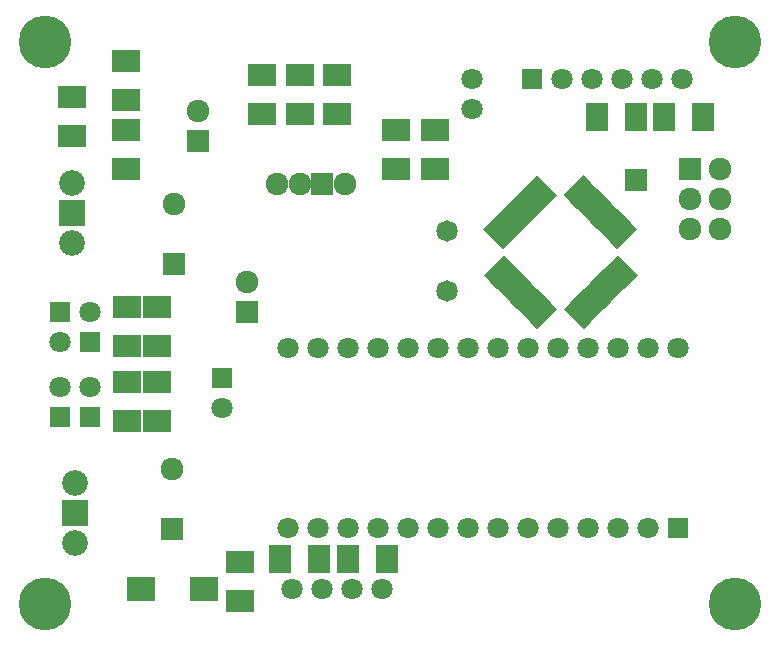
<source format=gts>
G04 (created by PCBNEW (2013-jul-07)-stable) date Sat 20 Jun 2015 02:51:25 AM PDT*
%MOIN*%
G04 Gerber Fmt 3.4, Leading zero omitted, Abs format*
%FSLAX34Y34*%
G01*
G70*
G90*
G04 APERTURE LIST*
%ADD10C,0.00393701*%
%ADD11C,0.071748*%
%ADD12R,0.094448X0.078648*%
%ADD13R,0.095748X0.075748*%
%ADD14R,0.075748X0.095748*%
%ADD15R,0.070748X0.070748*%
%ADD16C,0.070748*%
%ADD17R,0.0748031X0.0748031*%
%ADD18C,0.075748*%
%ADD19R,0.075748X0.075748*%
%ADD20C,0.085748*%
%ADD21R,0.085748X0.085748*%
%ADD22C,0.175748*%
G04 APERTURE END LIST*
G54D10*
G36*
X21666Y6484D02*
X21430Y6720D01*
X22097Y7388D01*
X22334Y7152D01*
X21666Y6484D01*
X21666Y6484D01*
G37*
G36*
X21443Y6707D02*
X21207Y6943D01*
X21875Y7611D01*
X22111Y7374D01*
X21443Y6707D01*
X21443Y6707D01*
G37*
G36*
X21221Y6929D02*
X20984Y7166D01*
X21652Y7834D01*
X21888Y7597D01*
X21221Y6929D01*
X21221Y6929D01*
G37*
G36*
X20998Y7152D02*
X20761Y7389D01*
X21429Y8056D01*
X21666Y7820D01*
X20998Y7152D01*
X20998Y7152D01*
G37*
G36*
X20775Y7375D02*
X20539Y7611D01*
X21206Y8279D01*
X21443Y8043D01*
X20775Y7375D01*
X20775Y7375D01*
G37*
G36*
X20552Y7597D02*
X20316Y7834D01*
X20984Y8502D01*
X21220Y8265D01*
X20552Y7597D01*
X20552Y7597D01*
G37*
G36*
X20330Y7820D02*
X20093Y8057D01*
X20761Y8725D01*
X20997Y8488D01*
X20330Y7820D01*
X20330Y7820D01*
G37*
G36*
X20107Y8043D02*
X19870Y8279D01*
X20538Y8947D01*
X20775Y8711D01*
X20107Y8043D01*
X20107Y8043D01*
G37*
G36*
X22771Y10704D02*
X22535Y10941D01*
X23203Y11609D01*
X23439Y11372D01*
X22771Y10704D01*
X22771Y10704D01*
G37*
G36*
X24334Y9142D02*
X24097Y9378D01*
X24765Y10046D01*
X25002Y9810D01*
X24334Y9142D01*
X24334Y9142D01*
G37*
G36*
X24108Y9368D02*
X23871Y9605D01*
X24539Y10272D01*
X24776Y10036D01*
X24108Y9368D01*
X24108Y9368D01*
G37*
G36*
X23881Y9594D02*
X23645Y9831D01*
X24313Y10499D01*
X24549Y10262D01*
X23881Y9594D01*
X23881Y9594D01*
G37*
G36*
X23662Y9814D02*
X23426Y10050D01*
X24094Y10718D01*
X24330Y10481D01*
X23662Y9814D01*
X23662Y9814D01*
G37*
G36*
X23436Y10040D02*
X23199Y10276D01*
X23867Y10944D01*
X24104Y10708D01*
X23436Y10040D01*
X23436Y10040D01*
G37*
G36*
X23217Y10259D02*
X22980Y10496D01*
X23648Y11163D01*
X23885Y10927D01*
X23217Y10259D01*
X23217Y10259D01*
G37*
G36*
X22990Y10485D02*
X22754Y10722D01*
X23422Y11390D01*
X23658Y11153D01*
X22990Y10485D01*
X22990Y10485D01*
G37*
G36*
X20535Y9155D02*
X19868Y9822D01*
X20104Y10059D01*
X20772Y9391D01*
X20535Y9155D01*
X20535Y9155D01*
G37*
G36*
X20757Y9377D02*
X20090Y10044D01*
X20326Y10281D01*
X20994Y9613D01*
X20757Y9377D01*
X20757Y9377D01*
G37*
G36*
X20981Y9600D02*
X20313Y10268D01*
X20550Y10504D01*
X21217Y9837D01*
X20981Y9600D01*
X20981Y9600D01*
G37*
G36*
X21203Y9822D02*
X20535Y10490D01*
X20772Y10726D01*
X21439Y10059D01*
X21203Y9822D01*
X21203Y9822D01*
G37*
G36*
X21426Y10045D02*
X20758Y10713D01*
X20995Y10950D01*
X21663Y10282D01*
X21426Y10045D01*
X21426Y10045D01*
G37*
G36*
X21648Y10268D02*
X20980Y10935D01*
X21217Y11172D01*
X21885Y10504D01*
X21648Y10268D01*
X21648Y10268D01*
G37*
G36*
X21872Y10491D02*
X21204Y11159D01*
X21440Y11395D01*
X22108Y10727D01*
X21872Y10491D01*
X21872Y10491D01*
G37*
G36*
X22094Y10713D02*
X21426Y11381D01*
X21662Y11617D01*
X22330Y10949D01*
X22094Y10713D01*
X22094Y10713D01*
G37*
G36*
X23210Y6483D02*
X22542Y7151D01*
X22778Y7387D01*
X23446Y6720D01*
X23210Y6483D01*
X23210Y6483D01*
G37*
G36*
X23429Y6702D02*
X22761Y7370D01*
X22998Y7607D01*
X23665Y6939D01*
X23429Y6702D01*
X23429Y6702D01*
G37*
G36*
X23655Y6929D02*
X22987Y7596D01*
X23224Y7833D01*
X23892Y7165D01*
X23655Y6929D01*
X23655Y6929D01*
G37*
G36*
X23874Y7148D02*
X23206Y7816D01*
X23443Y8052D01*
X24111Y7384D01*
X23874Y7148D01*
X23874Y7148D01*
G37*
G36*
X24094Y7367D02*
X23426Y8035D01*
X23662Y8271D01*
X24330Y7603D01*
X24094Y7367D01*
X24094Y7367D01*
G37*
G36*
X24320Y7593D02*
X23652Y8261D01*
X23888Y8498D01*
X24556Y7830D01*
X24320Y7593D01*
X24320Y7593D01*
G37*
G36*
X24546Y7820D02*
X23878Y8487D01*
X24115Y8724D01*
X24783Y8056D01*
X24546Y7820D01*
X24546Y7820D01*
G37*
G36*
X24772Y8046D02*
X24104Y8714D01*
X24341Y8950D01*
X25009Y8282D01*
X24772Y8046D01*
X24772Y8046D01*
G37*
G54D11*
X18650Y7750D03*
X18650Y9750D03*
G54D12*
X10562Y-2200D03*
X8438Y-2200D03*
G54D13*
X8000Y5900D03*
X8000Y7200D03*
X15000Y14950D03*
X15000Y13650D03*
X12500Y14950D03*
X12500Y13650D03*
X13750Y14950D03*
X13750Y13650D03*
G54D14*
X16650Y-1200D03*
X15350Y-1200D03*
X14400Y-1200D03*
X13100Y-1200D03*
G54D13*
X16950Y11800D03*
X16950Y13100D03*
X18250Y11800D03*
X18250Y13100D03*
G54D14*
X23650Y13550D03*
X24950Y13550D03*
G54D13*
X7950Y13100D03*
X7950Y11800D03*
G54D14*
X27200Y13550D03*
X25900Y13550D03*
G54D13*
X11750Y-1300D03*
X11750Y-2600D03*
X7950Y15400D03*
X7950Y14100D03*
X6150Y12900D03*
X6150Y14200D03*
X9000Y4700D03*
X9000Y3400D03*
X8000Y3400D03*
X8000Y4700D03*
X9000Y7200D03*
X9000Y5900D03*
G54D15*
X21500Y14800D03*
G54D16*
X22500Y14800D03*
X23500Y14800D03*
X24500Y14800D03*
X25500Y14800D03*
X26500Y14800D03*
G54D15*
X11150Y4850D03*
G54D16*
X11150Y3850D03*
X19500Y13800D03*
X19500Y14800D03*
G54D15*
X6750Y6050D03*
G54D16*
X6750Y7050D03*
G54D15*
X5750Y7050D03*
G54D16*
X5750Y6050D03*
G54D15*
X5750Y3550D03*
G54D16*
X5750Y4550D03*
G54D15*
X6750Y3550D03*
G54D16*
X6750Y4550D03*
G54D17*
X24950Y11450D03*
G54D18*
X27750Y9800D03*
X26750Y9800D03*
X27750Y10800D03*
X26750Y10800D03*
X27750Y11800D03*
G54D19*
X26750Y11800D03*
G54D20*
X6150Y9350D03*
G54D21*
X6150Y10350D03*
G54D20*
X6150Y11350D03*
X6250Y-650D03*
G54D21*
X6250Y350D03*
G54D20*
X6250Y1350D03*
G54D18*
X13000Y11300D03*
X13750Y11300D03*
G54D19*
X14500Y11300D03*
G54D18*
X15250Y11300D03*
G54D16*
X13350Y-150D03*
X14350Y-150D03*
X15350Y-150D03*
X16350Y-150D03*
X17350Y-150D03*
X18350Y-150D03*
X19350Y-150D03*
X20350Y-150D03*
X21350Y-150D03*
X22350Y-150D03*
X23350Y-150D03*
X24350Y-150D03*
X25350Y-150D03*
G54D15*
X26350Y-150D03*
G54D16*
X26350Y5850D03*
X25350Y5850D03*
X24350Y5850D03*
X23350Y5850D03*
X22350Y5850D03*
X21350Y5850D03*
X20350Y5850D03*
X19350Y5850D03*
X18350Y5850D03*
X17350Y5850D03*
X16350Y5850D03*
X15350Y5850D03*
X14350Y5850D03*
X13350Y5850D03*
G54D18*
X9550Y10650D03*
G54D19*
X9550Y8650D03*
X9500Y-200D03*
G54D18*
X9500Y1800D03*
G54D19*
X10350Y12750D03*
G54D18*
X10350Y13750D03*
G54D19*
X12000Y7050D03*
G54D18*
X12000Y8050D03*
G54D22*
X5250Y-2700D03*
X5250Y16050D03*
X28250Y-2700D03*
X28250Y16050D03*
G54D16*
X16500Y-2200D03*
X15500Y-2200D03*
X14500Y-2200D03*
X13500Y-2200D03*
M02*

</source>
